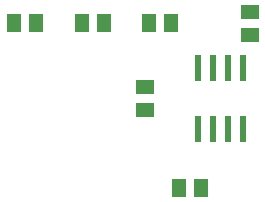
<source format=gbr>
G04 EAGLE Gerber RS-274X export*
G75*
%MOMM*%
%FSLAX34Y34*%
%LPD*%
%INSolderpaste Top*%
%IPPOS*%
%AMOC8*
5,1,8,0,0,1.08239X$1,22.5*%
G01*
%ADD10R,1.300000X1.500000*%
%ADD11R,1.500000X1.300000*%
%ADD12R,0.600000X2.200000*%


D10*
X181000Y177800D03*
X200000Y177800D03*
D11*
X177800Y123800D03*
X177800Y104800D03*
X266700Y168300D03*
X266700Y187300D03*
D12*
X234950Y88300D03*
X234950Y140300D03*
X222250Y88300D03*
X247650Y88300D03*
X260350Y88300D03*
X222250Y140300D03*
X247650Y140300D03*
X260350Y140300D03*
D10*
X225400Y38100D03*
X206400Y38100D03*
X66700Y177800D03*
X85700Y177800D03*
X123850Y177800D03*
X142850Y177800D03*
M02*

</source>
